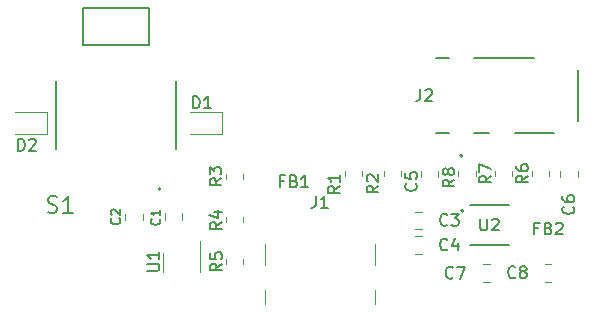
<source format=gbr>
%TF.GenerationSoftware,KiCad,Pcbnew,7.0.7*%
%TF.CreationDate,2024-02-01T23:59:20-06:00*%
%TF.ProjectId,Md-rev-1,4d642d72-6576-42d3-912e-6b696361645f,rev?*%
%TF.SameCoordinates,Original*%
%TF.FileFunction,Legend,Top*%
%TF.FilePolarity,Positive*%
%FSLAX46Y46*%
G04 Gerber Fmt 4.6, Leading zero omitted, Abs format (unit mm)*
G04 Created by KiCad (PCBNEW 7.0.7) date 2024-02-01 23:59:20*
%MOMM*%
%LPD*%
G01*
G04 APERTURE LIST*
%ADD10C,0.150000*%
%ADD11C,0.120000*%
%ADD12C,0.127000*%
%ADD13C,0.200000*%
%ADD14C,0.152400*%
G04 APERTURE END LIST*
D10*
X143336104Y-119493332D02*
X143374200Y-119531428D01*
X143374200Y-119531428D02*
X143412295Y-119645713D01*
X143412295Y-119645713D02*
X143412295Y-119721904D01*
X143412295Y-119721904D02*
X143374200Y-119836190D01*
X143374200Y-119836190D02*
X143298009Y-119912380D01*
X143298009Y-119912380D02*
X143221819Y-119950475D01*
X143221819Y-119950475D02*
X143069438Y-119988571D01*
X143069438Y-119988571D02*
X142955152Y-119988571D01*
X142955152Y-119988571D02*
X142802771Y-119950475D01*
X142802771Y-119950475D02*
X142726580Y-119912380D01*
X142726580Y-119912380D02*
X142650390Y-119836190D01*
X142650390Y-119836190D02*
X142612295Y-119721904D01*
X142612295Y-119721904D02*
X142612295Y-119645713D01*
X142612295Y-119645713D02*
X142650390Y-119531428D01*
X142650390Y-119531428D02*
X142688485Y-119493332D01*
X143412295Y-118731428D02*
X143412295Y-119188571D01*
X143412295Y-118959999D02*
X142612295Y-118959999D01*
X142612295Y-118959999D02*
X142726580Y-119036190D01*
X142726580Y-119036190D02*
X142802771Y-119112380D01*
X142802771Y-119112380D02*
X142840866Y-119188571D01*
X148604819Y-119756666D02*
X148128628Y-120089999D01*
X148604819Y-120328094D02*
X147604819Y-120328094D01*
X147604819Y-120328094D02*
X147604819Y-119947142D01*
X147604819Y-119947142D02*
X147652438Y-119851904D01*
X147652438Y-119851904D02*
X147700057Y-119804285D01*
X147700057Y-119804285D02*
X147795295Y-119756666D01*
X147795295Y-119756666D02*
X147938152Y-119756666D01*
X147938152Y-119756666D02*
X148033390Y-119804285D01*
X148033390Y-119804285D02*
X148081009Y-119851904D01*
X148081009Y-119851904D02*
X148128628Y-119947142D01*
X148128628Y-119947142D02*
X148128628Y-120328094D01*
X147938152Y-118899523D02*
X148604819Y-118899523D01*
X147557200Y-119137618D02*
X148271485Y-119375713D01*
X148271485Y-119375713D02*
X148271485Y-118756666D01*
X167703333Y-119969580D02*
X167655714Y-120017200D01*
X167655714Y-120017200D02*
X167512857Y-120064819D01*
X167512857Y-120064819D02*
X167417619Y-120064819D01*
X167417619Y-120064819D02*
X167274762Y-120017200D01*
X167274762Y-120017200D02*
X167179524Y-119921961D01*
X167179524Y-119921961D02*
X167131905Y-119826723D01*
X167131905Y-119826723D02*
X167084286Y-119636247D01*
X167084286Y-119636247D02*
X167084286Y-119493390D01*
X167084286Y-119493390D02*
X167131905Y-119302914D01*
X167131905Y-119302914D02*
X167179524Y-119207676D01*
X167179524Y-119207676D02*
X167274762Y-119112438D01*
X167274762Y-119112438D02*
X167417619Y-119064819D01*
X167417619Y-119064819D02*
X167512857Y-119064819D01*
X167512857Y-119064819D02*
X167655714Y-119112438D01*
X167655714Y-119112438D02*
X167703333Y-119160057D01*
X168036667Y-119064819D02*
X168655714Y-119064819D01*
X168655714Y-119064819D02*
X168322381Y-119445771D01*
X168322381Y-119445771D02*
X168465238Y-119445771D01*
X168465238Y-119445771D02*
X168560476Y-119493390D01*
X168560476Y-119493390D02*
X168608095Y-119541009D01*
X168608095Y-119541009D02*
X168655714Y-119636247D01*
X168655714Y-119636247D02*
X168655714Y-119874342D01*
X168655714Y-119874342D02*
X168608095Y-119969580D01*
X168608095Y-119969580D02*
X168560476Y-120017200D01*
X168560476Y-120017200D02*
X168465238Y-120064819D01*
X168465238Y-120064819D02*
X168179524Y-120064819D01*
X168179524Y-120064819D02*
X168084286Y-120017200D01*
X168084286Y-120017200D02*
X168036667Y-119969580D01*
X148614819Y-123284166D02*
X148138628Y-123617499D01*
X148614819Y-123855594D02*
X147614819Y-123855594D01*
X147614819Y-123855594D02*
X147614819Y-123474642D01*
X147614819Y-123474642D02*
X147662438Y-123379404D01*
X147662438Y-123379404D02*
X147710057Y-123331785D01*
X147710057Y-123331785D02*
X147805295Y-123284166D01*
X147805295Y-123284166D02*
X147948152Y-123284166D01*
X147948152Y-123284166D02*
X148043390Y-123331785D01*
X148043390Y-123331785D02*
X148091009Y-123379404D01*
X148091009Y-123379404D02*
X148138628Y-123474642D01*
X148138628Y-123474642D02*
X148138628Y-123855594D01*
X147614819Y-122379404D02*
X147614819Y-122855594D01*
X147614819Y-122855594D02*
X148091009Y-122903213D01*
X148091009Y-122903213D02*
X148043390Y-122855594D01*
X148043390Y-122855594D02*
X147995771Y-122760356D01*
X147995771Y-122760356D02*
X147995771Y-122522261D01*
X147995771Y-122522261D02*
X148043390Y-122427023D01*
X148043390Y-122427023D02*
X148091009Y-122379404D01*
X148091009Y-122379404D02*
X148186247Y-122331785D01*
X148186247Y-122331785D02*
X148424342Y-122331785D01*
X148424342Y-122331785D02*
X148519580Y-122379404D01*
X148519580Y-122379404D02*
X148567200Y-122427023D01*
X148567200Y-122427023D02*
X148614819Y-122522261D01*
X148614819Y-122522261D02*
X148614819Y-122760356D01*
X148614819Y-122760356D02*
X148567200Y-122855594D01*
X148567200Y-122855594D02*
X148519580Y-122903213D01*
X131359405Y-113714819D02*
X131359405Y-112714819D01*
X131359405Y-112714819D02*
X131597500Y-112714819D01*
X131597500Y-112714819D02*
X131740357Y-112762438D01*
X131740357Y-112762438D02*
X131835595Y-112857676D01*
X131835595Y-112857676D02*
X131883214Y-112952914D01*
X131883214Y-112952914D02*
X131930833Y-113143390D01*
X131930833Y-113143390D02*
X131930833Y-113286247D01*
X131930833Y-113286247D02*
X131883214Y-113476723D01*
X131883214Y-113476723D02*
X131835595Y-113571961D01*
X131835595Y-113571961D02*
X131740357Y-113667200D01*
X131740357Y-113667200D02*
X131597500Y-113714819D01*
X131597500Y-113714819D02*
X131359405Y-113714819D01*
X132311786Y-112810057D02*
X132359405Y-112762438D01*
X132359405Y-112762438D02*
X132454643Y-112714819D01*
X132454643Y-112714819D02*
X132692738Y-112714819D01*
X132692738Y-112714819D02*
X132787976Y-112762438D01*
X132787976Y-112762438D02*
X132835595Y-112810057D01*
X132835595Y-112810057D02*
X132883214Y-112905295D01*
X132883214Y-112905295D02*
X132883214Y-113000533D01*
X132883214Y-113000533D02*
X132835595Y-113143390D01*
X132835595Y-113143390D02*
X132264167Y-113714819D01*
X132264167Y-113714819D02*
X132883214Y-113714819D01*
X148574819Y-116056666D02*
X148098628Y-116389999D01*
X148574819Y-116628094D02*
X147574819Y-116628094D01*
X147574819Y-116628094D02*
X147574819Y-116247142D01*
X147574819Y-116247142D02*
X147622438Y-116151904D01*
X147622438Y-116151904D02*
X147670057Y-116104285D01*
X147670057Y-116104285D02*
X147765295Y-116056666D01*
X147765295Y-116056666D02*
X147908152Y-116056666D01*
X147908152Y-116056666D02*
X148003390Y-116104285D01*
X148003390Y-116104285D02*
X148051009Y-116151904D01*
X148051009Y-116151904D02*
X148098628Y-116247142D01*
X148098628Y-116247142D02*
X148098628Y-116628094D01*
X147574819Y-115723332D02*
X147574819Y-115104285D01*
X147574819Y-115104285D02*
X147955771Y-115437618D01*
X147955771Y-115437618D02*
X147955771Y-115294761D01*
X147955771Y-115294761D02*
X148003390Y-115199523D01*
X148003390Y-115199523D02*
X148051009Y-115151904D01*
X148051009Y-115151904D02*
X148146247Y-115104285D01*
X148146247Y-115104285D02*
X148384342Y-115104285D01*
X148384342Y-115104285D02*
X148479580Y-115151904D01*
X148479580Y-115151904D02*
X148527200Y-115199523D01*
X148527200Y-115199523D02*
X148574819Y-115294761D01*
X148574819Y-115294761D02*
X148574819Y-115580475D01*
X148574819Y-115580475D02*
X148527200Y-115675713D01*
X148527200Y-115675713D02*
X148479580Y-115723332D01*
X165426666Y-108484819D02*
X165426666Y-109199104D01*
X165426666Y-109199104D02*
X165379047Y-109341961D01*
X165379047Y-109341961D02*
X165283809Y-109437200D01*
X165283809Y-109437200D02*
X165140952Y-109484819D01*
X165140952Y-109484819D02*
X165045714Y-109484819D01*
X165855238Y-108580057D02*
X165902857Y-108532438D01*
X165902857Y-108532438D02*
X165998095Y-108484819D01*
X165998095Y-108484819D02*
X166236190Y-108484819D01*
X166236190Y-108484819D02*
X166331428Y-108532438D01*
X166331428Y-108532438D02*
X166379047Y-108580057D01*
X166379047Y-108580057D02*
X166426666Y-108675295D01*
X166426666Y-108675295D02*
X166426666Y-108770533D01*
X166426666Y-108770533D02*
X166379047Y-108913390D01*
X166379047Y-108913390D02*
X165807619Y-109484819D01*
X165807619Y-109484819D02*
X166426666Y-109484819D01*
X165039580Y-116486666D02*
X165087200Y-116534285D01*
X165087200Y-116534285D02*
X165134819Y-116677142D01*
X165134819Y-116677142D02*
X165134819Y-116772380D01*
X165134819Y-116772380D02*
X165087200Y-116915237D01*
X165087200Y-116915237D02*
X164991961Y-117010475D01*
X164991961Y-117010475D02*
X164896723Y-117058094D01*
X164896723Y-117058094D02*
X164706247Y-117105713D01*
X164706247Y-117105713D02*
X164563390Y-117105713D01*
X164563390Y-117105713D02*
X164372914Y-117058094D01*
X164372914Y-117058094D02*
X164277676Y-117010475D01*
X164277676Y-117010475D02*
X164182438Y-116915237D01*
X164182438Y-116915237D02*
X164134819Y-116772380D01*
X164134819Y-116772380D02*
X164134819Y-116677142D01*
X164134819Y-116677142D02*
X164182438Y-116534285D01*
X164182438Y-116534285D02*
X164230057Y-116486666D01*
X164134819Y-115581904D02*
X164134819Y-116058094D01*
X164134819Y-116058094D02*
X164611009Y-116105713D01*
X164611009Y-116105713D02*
X164563390Y-116058094D01*
X164563390Y-116058094D02*
X164515771Y-115962856D01*
X164515771Y-115962856D02*
X164515771Y-115724761D01*
X164515771Y-115724761D02*
X164563390Y-115629523D01*
X164563390Y-115629523D02*
X164611009Y-115581904D01*
X164611009Y-115581904D02*
X164706247Y-115534285D01*
X164706247Y-115534285D02*
X164944342Y-115534285D01*
X164944342Y-115534285D02*
X165039580Y-115581904D01*
X165039580Y-115581904D02*
X165087200Y-115629523D01*
X165087200Y-115629523D02*
X165134819Y-115724761D01*
X165134819Y-115724761D02*
X165134819Y-115962856D01*
X165134819Y-115962856D02*
X165087200Y-116058094D01*
X165087200Y-116058094D02*
X165039580Y-116105713D01*
X161874819Y-116679166D02*
X161398628Y-117012499D01*
X161874819Y-117250594D02*
X160874819Y-117250594D01*
X160874819Y-117250594D02*
X160874819Y-116869642D01*
X160874819Y-116869642D02*
X160922438Y-116774404D01*
X160922438Y-116774404D02*
X160970057Y-116726785D01*
X160970057Y-116726785D02*
X161065295Y-116679166D01*
X161065295Y-116679166D02*
X161208152Y-116679166D01*
X161208152Y-116679166D02*
X161303390Y-116726785D01*
X161303390Y-116726785D02*
X161351009Y-116774404D01*
X161351009Y-116774404D02*
X161398628Y-116869642D01*
X161398628Y-116869642D02*
X161398628Y-117250594D01*
X160970057Y-116298213D02*
X160922438Y-116250594D01*
X160922438Y-116250594D02*
X160874819Y-116155356D01*
X160874819Y-116155356D02*
X160874819Y-115917261D01*
X160874819Y-115917261D02*
X160922438Y-115822023D01*
X160922438Y-115822023D02*
X160970057Y-115774404D01*
X160970057Y-115774404D02*
X161065295Y-115726785D01*
X161065295Y-115726785D02*
X161160533Y-115726785D01*
X161160533Y-115726785D02*
X161303390Y-115774404D01*
X161303390Y-115774404D02*
X161874819Y-116345832D01*
X161874819Y-116345832D02*
X161874819Y-115726785D01*
X142314819Y-123871904D02*
X143124342Y-123871904D01*
X143124342Y-123871904D02*
X143219580Y-123824285D01*
X143219580Y-123824285D02*
X143267200Y-123776666D01*
X143267200Y-123776666D02*
X143314819Y-123681428D01*
X143314819Y-123681428D02*
X143314819Y-123490952D01*
X143314819Y-123490952D02*
X143267200Y-123395714D01*
X143267200Y-123395714D02*
X143219580Y-123348095D01*
X143219580Y-123348095D02*
X143124342Y-123300476D01*
X143124342Y-123300476D02*
X142314819Y-123300476D01*
X143314819Y-122300476D02*
X143314819Y-122871904D01*
X143314819Y-122586190D02*
X142314819Y-122586190D01*
X142314819Y-122586190D02*
X142457676Y-122681428D01*
X142457676Y-122681428D02*
X142552914Y-122776666D01*
X142552914Y-122776666D02*
X142600533Y-122871904D01*
X168304819Y-116156666D02*
X167828628Y-116489999D01*
X168304819Y-116728094D02*
X167304819Y-116728094D01*
X167304819Y-116728094D02*
X167304819Y-116347142D01*
X167304819Y-116347142D02*
X167352438Y-116251904D01*
X167352438Y-116251904D02*
X167400057Y-116204285D01*
X167400057Y-116204285D02*
X167495295Y-116156666D01*
X167495295Y-116156666D02*
X167638152Y-116156666D01*
X167638152Y-116156666D02*
X167733390Y-116204285D01*
X167733390Y-116204285D02*
X167781009Y-116251904D01*
X167781009Y-116251904D02*
X167828628Y-116347142D01*
X167828628Y-116347142D02*
X167828628Y-116728094D01*
X167733390Y-115585237D02*
X167685771Y-115680475D01*
X167685771Y-115680475D02*
X167638152Y-115728094D01*
X167638152Y-115728094D02*
X167542914Y-115775713D01*
X167542914Y-115775713D02*
X167495295Y-115775713D01*
X167495295Y-115775713D02*
X167400057Y-115728094D01*
X167400057Y-115728094D02*
X167352438Y-115680475D01*
X167352438Y-115680475D02*
X167304819Y-115585237D01*
X167304819Y-115585237D02*
X167304819Y-115394761D01*
X167304819Y-115394761D02*
X167352438Y-115299523D01*
X167352438Y-115299523D02*
X167400057Y-115251904D01*
X167400057Y-115251904D02*
X167495295Y-115204285D01*
X167495295Y-115204285D02*
X167542914Y-115204285D01*
X167542914Y-115204285D02*
X167638152Y-115251904D01*
X167638152Y-115251904D02*
X167685771Y-115299523D01*
X167685771Y-115299523D02*
X167733390Y-115394761D01*
X167733390Y-115394761D02*
X167733390Y-115585237D01*
X167733390Y-115585237D02*
X167781009Y-115680475D01*
X167781009Y-115680475D02*
X167828628Y-115728094D01*
X167828628Y-115728094D02*
X167923866Y-115775713D01*
X167923866Y-115775713D02*
X168114342Y-115775713D01*
X168114342Y-115775713D02*
X168209580Y-115728094D01*
X168209580Y-115728094D02*
X168257200Y-115680475D01*
X168257200Y-115680475D02*
X168304819Y-115585237D01*
X168304819Y-115585237D02*
X168304819Y-115394761D01*
X168304819Y-115394761D02*
X168257200Y-115299523D01*
X168257200Y-115299523D02*
X168209580Y-115251904D01*
X168209580Y-115251904D02*
X168114342Y-115204285D01*
X168114342Y-115204285D02*
X167923866Y-115204285D01*
X167923866Y-115204285D02*
X167828628Y-115251904D01*
X167828628Y-115251904D02*
X167781009Y-115299523D01*
X167781009Y-115299523D02*
X167733390Y-115394761D01*
X175416666Y-120281009D02*
X175083333Y-120281009D01*
X175083333Y-120804819D02*
X175083333Y-119804819D01*
X175083333Y-119804819D02*
X175559523Y-119804819D01*
X176273809Y-120281009D02*
X176416666Y-120328628D01*
X176416666Y-120328628D02*
X176464285Y-120376247D01*
X176464285Y-120376247D02*
X176511904Y-120471485D01*
X176511904Y-120471485D02*
X176511904Y-120614342D01*
X176511904Y-120614342D02*
X176464285Y-120709580D01*
X176464285Y-120709580D02*
X176416666Y-120757200D01*
X176416666Y-120757200D02*
X176321428Y-120804819D01*
X176321428Y-120804819D02*
X175940476Y-120804819D01*
X175940476Y-120804819D02*
X175940476Y-119804819D01*
X175940476Y-119804819D02*
X176273809Y-119804819D01*
X176273809Y-119804819D02*
X176369047Y-119852438D01*
X176369047Y-119852438D02*
X176416666Y-119900057D01*
X176416666Y-119900057D02*
X176464285Y-119995295D01*
X176464285Y-119995295D02*
X176464285Y-120090533D01*
X176464285Y-120090533D02*
X176416666Y-120185771D01*
X176416666Y-120185771D02*
X176369047Y-120233390D01*
X176369047Y-120233390D02*
X176273809Y-120281009D01*
X176273809Y-120281009D02*
X175940476Y-120281009D01*
X176892857Y-119900057D02*
X176940476Y-119852438D01*
X176940476Y-119852438D02*
X177035714Y-119804819D01*
X177035714Y-119804819D02*
X177273809Y-119804819D01*
X177273809Y-119804819D02*
X177369047Y-119852438D01*
X177369047Y-119852438D02*
X177416666Y-119900057D01*
X177416666Y-119900057D02*
X177464285Y-119995295D01*
X177464285Y-119995295D02*
X177464285Y-120090533D01*
X177464285Y-120090533D02*
X177416666Y-120233390D01*
X177416666Y-120233390D02*
X176845238Y-120804819D01*
X176845238Y-120804819D02*
X177464285Y-120804819D01*
X139936104Y-119453332D02*
X139974200Y-119491428D01*
X139974200Y-119491428D02*
X140012295Y-119605713D01*
X140012295Y-119605713D02*
X140012295Y-119681904D01*
X140012295Y-119681904D02*
X139974200Y-119796190D01*
X139974200Y-119796190D02*
X139898009Y-119872380D01*
X139898009Y-119872380D02*
X139821819Y-119910475D01*
X139821819Y-119910475D02*
X139669438Y-119948571D01*
X139669438Y-119948571D02*
X139555152Y-119948571D01*
X139555152Y-119948571D02*
X139402771Y-119910475D01*
X139402771Y-119910475D02*
X139326580Y-119872380D01*
X139326580Y-119872380D02*
X139250390Y-119796190D01*
X139250390Y-119796190D02*
X139212295Y-119681904D01*
X139212295Y-119681904D02*
X139212295Y-119605713D01*
X139212295Y-119605713D02*
X139250390Y-119491428D01*
X139250390Y-119491428D02*
X139288485Y-119453332D01*
X139288485Y-119148571D02*
X139250390Y-119110475D01*
X139250390Y-119110475D02*
X139212295Y-119034285D01*
X139212295Y-119034285D02*
X139212295Y-118843809D01*
X139212295Y-118843809D02*
X139250390Y-118767618D01*
X139250390Y-118767618D02*
X139288485Y-118729523D01*
X139288485Y-118729523D02*
X139364676Y-118691428D01*
X139364676Y-118691428D02*
X139440866Y-118691428D01*
X139440866Y-118691428D02*
X139555152Y-118729523D01*
X139555152Y-118729523D02*
X140012295Y-119186666D01*
X140012295Y-119186666D02*
X140012295Y-118691428D01*
X167713333Y-122059580D02*
X167665714Y-122107200D01*
X167665714Y-122107200D02*
X167522857Y-122154819D01*
X167522857Y-122154819D02*
X167427619Y-122154819D01*
X167427619Y-122154819D02*
X167284762Y-122107200D01*
X167284762Y-122107200D02*
X167189524Y-122011961D01*
X167189524Y-122011961D02*
X167141905Y-121916723D01*
X167141905Y-121916723D02*
X167094286Y-121726247D01*
X167094286Y-121726247D02*
X167094286Y-121583390D01*
X167094286Y-121583390D02*
X167141905Y-121392914D01*
X167141905Y-121392914D02*
X167189524Y-121297676D01*
X167189524Y-121297676D02*
X167284762Y-121202438D01*
X167284762Y-121202438D02*
X167427619Y-121154819D01*
X167427619Y-121154819D02*
X167522857Y-121154819D01*
X167522857Y-121154819D02*
X167665714Y-121202438D01*
X167665714Y-121202438D02*
X167713333Y-121250057D01*
X168570476Y-121488152D02*
X168570476Y-122154819D01*
X168332381Y-121107200D02*
X168094286Y-121821485D01*
X168094286Y-121821485D02*
X168713333Y-121821485D01*
X153856666Y-116281009D02*
X153523333Y-116281009D01*
X153523333Y-116804819D02*
X153523333Y-115804819D01*
X153523333Y-115804819D02*
X153999523Y-115804819D01*
X154713809Y-116281009D02*
X154856666Y-116328628D01*
X154856666Y-116328628D02*
X154904285Y-116376247D01*
X154904285Y-116376247D02*
X154951904Y-116471485D01*
X154951904Y-116471485D02*
X154951904Y-116614342D01*
X154951904Y-116614342D02*
X154904285Y-116709580D01*
X154904285Y-116709580D02*
X154856666Y-116757200D01*
X154856666Y-116757200D02*
X154761428Y-116804819D01*
X154761428Y-116804819D02*
X154380476Y-116804819D01*
X154380476Y-116804819D02*
X154380476Y-115804819D01*
X154380476Y-115804819D02*
X154713809Y-115804819D01*
X154713809Y-115804819D02*
X154809047Y-115852438D01*
X154809047Y-115852438D02*
X154856666Y-115900057D01*
X154856666Y-115900057D02*
X154904285Y-115995295D01*
X154904285Y-115995295D02*
X154904285Y-116090533D01*
X154904285Y-116090533D02*
X154856666Y-116185771D01*
X154856666Y-116185771D02*
X154809047Y-116233390D01*
X154809047Y-116233390D02*
X154713809Y-116281009D01*
X154713809Y-116281009D02*
X154380476Y-116281009D01*
X155904285Y-116804819D02*
X155332857Y-116804819D01*
X155618571Y-116804819D02*
X155618571Y-115804819D01*
X155618571Y-115804819D02*
X155523333Y-115947676D01*
X155523333Y-115947676D02*
X155428095Y-116042914D01*
X155428095Y-116042914D02*
X155332857Y-116090533D01*
X170499495Y-119454819D02*
X170499495Y-120264342D01*
X170499495Y-120264342D02*
X170547114Y-120359580D01*
X170547114Y-120359580D02*
X170594733Y-120407200D01*
X170594733Y-120407200D02*
X170689971Y-120454819D01*
X170689971Y-120454819D02*
X170880447Y-120454819D01*
X170880447Y-120454819D02*
X170975685Y-120407200D01*
X170975685Y-120407200D02*
X171023304Y-120359580D01*
X171023304Y-120359580D02*
X171070923Y-120264342D01*
X171070923Y-120264342D02*
X171070923Y-119454819D01*
X171499495Y-119550057D02*
X171547114Y-119502438D01*
X171547114Y-119502438D02*
X171642352Y-119454819D01*
X171642352Y-119454819D02*
X171880447Y-119454819D01*
X171880447Y-119454819D02*
X171975685Y-119502438D01*
X171975685Y-119502438D02*
X172023304Y-119550057D01*
X172023304Y-119550057D02*
X172070923Y-119645295D01*
X172070923Y-119645295D02*
X172070923Y-119740533D01*
X172070923Y-119740533D02*
X172023304Y-119883390D01*
X172023304Y-119883390D02*
X171451876Y-120454819D01*
X171451876Y-120454819D02*
X172070923Y-120454819D01*
X133873333Y-118893200D02*
X134073333Y-118959866D01*
X134073333Y-118959866D02*
X134406667Y-118959866D01*
X134406667Y-118959866D02*
X134540000Y-118893200D01*
X134540000Y-118893200D02*
X134606667Y-118826533D01*
X134606667Y-118826533D02*
X134673333Y-118693200D01*
X134673333Y-118693200D02*
X134673333Y-118559866D01*
X134673333Y-118559866D02*
X134606667Y-118426533D01*
X134606667Y-118426533D02*
X134540000Y-118359866D01*
X134540000Y-118359866D02*
X134406667Y-118293200D01*
X134406667Y-118293200D02*
X134140000Y-118226533D01*
X134140000Y-118226533D02*
X134006667Y-118159866D01*
X134006667Y-118159866D02*
X133940000Y-118093200D01*
X133940000Y-118093200D02*
X133873333Y-117959866D01*
X133873333Y-117959866D02*
X133873333Y-117826533D01*
X133873333Y-117826533D02*
X133940000Y-117693200D01*
X133940000Y-117693200D02*
X134006667Y-117626533D01*
X134006667Y-117626533D02*
X134140000Y-117559866D01*
X134140000Y-117559866D02*
X134473333Y-117559866D01*
X134473333Y-117559866D02*
X134673333Y-117626533D01*
X136006666Y-118959866D02*
X135206666Y-118959866D01*
X135606666Y-118959866D02*
X135606666Y-117559866D01*
X135606666Y-117559866D02*
X135473333Y-117759866D01*
X135473333Y-117759866D02*
X135340000Y-117893200D01*
X135340000Y-117893200D02*
X135206666Y-117959866D01*
X173463333Y-124409580D02*
X173415714Y-124457200D01*
X173415714Y-124457200D02*
X173272857Y-124504819D01*
X173272857Y-124504819D02*
X173177619Y-124504819D01*
X173177619Y-124504819D02*
X173034762Y-124457200D01*
X173034762Y-124457200D02*
X172939524Y-124361961D01*
X172939524Y-124361961D02*
X172891905Y-124266723D01*
X172891905Y-124266723D02*
X172844286Y-124076247D01*
X172844286Y-124076247D02*
X172844286Y-123933390D01*
X172844286Y-123933390D02*
X172891905Y-123742914D01*
X172891905Y-123742914D02*
X172939524Y-123647676D01*
X172939524Y-123647676D02*
X173034762Y-123552438D01*
X173034762Y-123552438D02*
X173177619Y-123504819D01*
X173177619Y-123504819D02*
X173272857Y-123504819D01*
X173272857Y-123504819D02*
X173415714Y-123552438D01*
X173415714Y-123552438D02*
X173463333Y-123600057D01*
X174034762Y-123933390D02*
X173939524Y-123885771D01*
X173939524Y-123885771D02*
X173891905Y-123838152D01*
X173891905Y-123838152D02*
X173844286Y-123742914D01*
X173844286Y-123742914D02*
X173844286Y-123695295D01*
X173844286Y-123695295D02*
X173891905Y-123600057D01*
X173891905Y-123600057D02*
X173939524Y-123552438D01*
X173939524Y-123552438D02*
X174034762Y-123504819D01*
X174034762Y-123504819D02*
X174225238Y-123504819D01*
X174225238Y-123504819D02*
X174320476Y-123552438D01*
X174320476Y-123552438D02*
X174368095Y-123600057D01*
X174368095Y-123600057D02*
X174415714Y-123695295D01*
X174415714Y-123695295D02*
X174415714Y-123742914D01*
X174415714Y-123742914D02*
X174368095Y-123838152D01*
X174368095Y-123838152D02*
X174320476Y-123885771D01*
X174320476Y-123885771D02*
X174225238Y-123933390D01*
X174225238Y-123933390D02*
X174034762Y-123933390D01*
X174034762Y-123933390D02*
X173939524Y-123981009D01*
X173939524Y-123981009D02*
X173891905Y-124028628D01*
X173891905Y-124028628D02*
X173844286Y-124123866D01*
X173844286Y-124123866D02*
X173844286Y-124314342D01*
X173844286Y-124314342D02*
X173891905Y-124409580D01*
X173891905Y-124409580D02*
X173939524Y-124457200D01*
X173939524Y-124457200D02*
X174034762Y-124504819D01*
X174034762Y-124504819D02*
X174225238Y-124504819D01*
X174225238Y-124504819D02*
X174320476Y-124457200D01*
X174320476Y-124457200D02*
X174368095Y-124409580D01*
X174368095Y-124409580D02*
X174415714Y-124314342D01*
X174415714Y-124314342D02*
X174415714Y-124123866D01*
X174415714Y-124123866D02*
X174368095Y-124028628D01*
X174368095Y-124028628D02*
X174320476Y-123981009D01*
X174320476Y-123981009D02*
X174225238Y-123933390D01*
X146171905Y-110114819D02*
X146171905Y-109114819D01*
X146171905Y-109114819D02*
X146410000Y-109114819D01*
X146410000Y-109114819D02*
X146552857Y-109162438D01*
X146552857Y-109162438D02*
X146648095Y-109257676D01*
X146648095Y-109257676D02*
X146695714Y-109352914D01*
X146695714Y-109352914D02*
X146743333Y-109543390D01*
X146743333Y-109543390D02*
X146743333Y-109686247D01*
X146743333Y-109686247D02*
X146695714Y-109876723D01*
X146695714Y-109876723D02*
X146648095Y-109971961D01*
X146648095Y-109971961D02*
X146552857Y-110067200D01*
X146552857Y-110067200D02*
X146410000Y-110114819D01*
X146410000Y-110114819D02*
X146171905Y-110114819D01*
X147695714Y-110114819D02*
X147124286Y-110114819D01*
X147410000Y-110114819D02*
X147410000Y-109114819D01*
X147410000Y-109114819D02*
X147314762Y-109257676D01*
X147314762Y-109257676D02*
X147219524Y-109352914D01*
X147219524Y-109352914D02*
X147124286Y-109400533D01*
X178359580Y-118446666D02*
X178407200Y-118494285D01*
X178407200Y-118494285D02*
X178454819Y-118637142D01*
X178454819Y-118637142D02*
X178454819Y-118732380D01*
X178454819Y-118732380D02*
X178407200Y-118875237D01*
X178407200Y-118875237D02*
X178311961Y-118970475D01*
X178311961Y-118970475D02*
X178216723Y-119018094D01*
X178216723Y-119018094D02*
X178026247Y-119065713D01*
X178026247Y-119065713D02*
X177883390Y-119065713D01*
X177883390Y-119065713D02*
X177692914Y-119018094D01*
X177692914Y-119018094D02*
X177597676Y-118970475D01*
X177597676Y-118970475D02*
X177502438Y-118875237D01*
X177502438Y-118875237D02*
X177454819Y-118732380D01*
X177454819Y-118732380D02*
X177454819Y-118637142D01*
X177454819Y-118637142D02*
X177502438Y-118494285D01*
X177502438Y-118494285D02*
X177550057Y-118446666D01*
X177454819Y-117589523D02*
X177454819Y-117779999D01*
X177454819Y-117779999D02*
X177502438Y-117875237D01*
X177502438Y-117875237D02*
X177550057Y-117922856D01*
X177550057Y-117922856D02*
X177692914Y-118018094D01*
X177692914Y-118018094D02*
X177883390Y-118065713D01*
X177883390Y-118065713D02*
X178264342Y-118065713D01*
X178264342Y-118065713D02*
X178359580Y-118018094D01*
X178359580Y-118018094D02*
X178407200Y-117970475D01*
X178407200Y-117970475D02*
X178454819Y-117875237D01*
X178454819Y-117875237D02*
X178454819Y-117684761D01*
X178454819Y-117684761D02*
X178407200Y-117589523D01*
X178407200Y-117589523D02*
X178359580Y-117541904D01*
X178359580Y-117541904D02*
X178264342Y-117494285D01*
X178264342Y-117494285D02*
X178026247Y-117494285D01*
X178026247Y-117494285D02*
X177931009Y-117541904D01*
X177931009Y-117541904D02*
X177883390Y-117589523D01*
X177883390Y-117589523D02*
X177835771Y-117684761D01*
X177835771Y-117684761D02*
X177835771Y-117875237D01*
X177835771Y-117875237D02*
X177883390Y-117970475D01*
X177883390Y-117970475D02*
X177931009Y-118018094D01*
X177931009Y-118018094D02*
X178026247Y-118065713D01*
X168183333Y-124439580D02*
X168135714Y-124487200D01*
X168135714Y-124487200D02*
X167992857Y-124534819D01*
X167992857Y-124534819D02*
X167897619Y-124534819D01*
X167897619Y-124534819D02*
X167754762Y-124487200D01*
X167754762Y-124487200D02*
X167659524Y-124391961D01*
X167659524Y-124391961D02*
X167611905Y-124296723D01*
X167611905Y-124296723D02*
X167564286Y-124106247D01*
X167564286Y-124106247D02*
X167564286Y-123963390D01*
X167564286Y-123963390D02*
X167611905Y-123772914D01*
X167611905Y-123772914D02*
X167659524Y-123677676D01*
X167659524Y-123677676D02*
X167754762Y-123582438D01*
X167754762Y-123582438D02*
X167897619Y-123534819D01*
X167897619Y-123534819D02*
X167992857Y-123534819D01*
X167992857Y-123534819D02*
X168135714Y-123582438D01*
X168135714Y-123582438D02*
X168183333Y-123630057D01*
X168516667Y-123534819D02*
X169183333Y-123534819D01*
X169183333Y-123534819D02*
X168754762Y-124534819D01*
X156566666Y-117554819D02*
X156566666Y-118269104D01*
X156566666Y-118269104D02*
X156519047Y-118411961D01*
X156519047Y-118411961D02*
X156423809Y-118507200D01*
X156423809Y-118507200D02*
X156280952Y-118554819D01*
X156280952Y-118554819D02*
X156185714Y-118554819D01*
X157566666Y-118554819D02*
X156995238Y-118554819D01*
X157280952Y-118554819D02*
X157280952Y-117554819D01*
X157280952Y-117554819D02*
X157185714Y-117697676D01*
X157185714Y-117697676D02*
X157090476Y-117792914D01*
X157090476Y-117792914D02*
X156995238Y-117840533D01*
X174534819Y-115826666D02*
X174058628Y-116159999D01*
X174534819Y-116398094D02*
X173534819Y-116398094D01*
X173534819Y-116398094D02*
X173534819Y-116017142D01*
X173534819Y-116017142D02*
X173582438Y-115921904D01*
X173582438Y-115921904D02*
X173630057Y-115874285D01*
X173630057Y-115874285D02*
X173725295Y-115826666D01*
X173725295Y-115826666D02*
X173868152Y-115826666D01*
X173868152Y-115826666D02*
X173963390Y-115874285D01*
X173963390Y-115874285D02*
X174011009Y-115921904D01*
X174011009Y-115921904D02*
X174058628Y-116017142D01*
X174058628Y-116017142D02*
X174058628Y-116398094D01*
X173534819Y-114969523D02*
X173534819Y-115159999D01*
X173534819Y-115159999D02*
X173582438Y-115255237D01*
X173582438Y-115255237D02*
X173630057Y-115302856D01*
X173630057Y-115302856D02*
X173772914Y-115398094D01*
X173772914Y-115398094D02*
X173963390Y-115445713D01*
X173963390Y-115445713D02*
X174344342Y-115445713D01*
X174344342Y-115445713D02*
X174439580Y-115398094D01*
X174439580Y-115398094D02*
X174487200Y-115350475D01*
X174487200Y-115350475D02*
X174534819Y-115255237D01*
X174534819Y-115255237D02*
X174534819Y-115064761D01*
X174534819Y-115064761D02*
X174487200Y-114969523D01*
X174487200Y-114969523D02*
X174439580Y-114921904D01*
X174439580Y-114921904D02*
X174344342Y-114874285D01*
X174344342Y-114874285D02*
X174106247Y-114874285D01*
X174106247Y-114874285D02*
X174011009Y-114921904D01*
X174011009Y-114921904D02*
X173963390Y-114969523D01*
X173963390Y-114969523D02*
X173915771Y-115064761D01*
X173915771Y-115064761D02*
X173915771Y-115255237D01*
X173915771Y-115255237D02*
X173963390Y-115350475D01*
X173963390Y-115350475D02*
X174011009Y-115398094D01*
X174011009Y-115398094D02*
X174106247Y-115445713D01*
X171424819Y-115826666D02*
X170948628Y-116159999D01*
X171424819Y-116398094D02*
X170424819Y-116398094D01*
X170424819Y-116398094D02*
X170424819Y-116017142D01*
X170424819Y-116017142D02*
X170472438Y-115921904D01*
X170472438Y-115921904D02*
X170520057Y-115874285D01*
X170520057Y-115874285D02*
X170615295Y-115826666D01*
X170615295Y-115826666D02*
X170758152Y-115826666D01*
X170758152Y-115826666D02*
X170853390Y-115874285D01*
X170853390Y-115874285D02*
X170901009Y-115921904D01*
X170901009Y-115921904D02*
X170948628Y-116017142D01*
X170948628Y-116017142D02*
X170948628Y-116398094D01*
X170424819Y-115493332D02*
X170424819Y-114826666D01*
X170424819Y-114826666D02*
X171424819Y-115255237D01*
X158584819Y-116709166D02*
X158108628Y-117042499D01*
X158584819Y-117280594D02*
X157584819Y-117280594D01*
X157584819Y-117280594D02*
X157584819Y-116899642D01*
X157584819Y-116899642D02*
X157632438Y-116804404D01*
X157632438Y-116804404D02*
X157680057Y-116756785D01*
X157680057Y-116756785D02*
X157775295Y-116709166D01*
X157775295Y-116709166D02*
X157918152Y-116709166D01*
X157918152Y-116709166D02*
X158013390Y-116756785D01*
X158013390Y-116756785D02*
X158061009Y-116804404D01*
X158061009Y-116804404D02*
X158108628Y-116899642D01*
X158108628Y-116899642D02*
X158108628Y-117280594D01*
X158584819Y-115756785D02*
X158584819Y-116328213D01*
X158584819Y-116042499D02*
X157584819Y-116042499D01*
X157584819Y-116042499D02*
X157727676Y-116137737D01*
X157727676Y-116137737D02*
X157822914Y-116232975D01*
X157822914Y-116232975D02*
X157870533Y-116328213D01*
D11*
%TO.C,C1*%
X145265000Y-119018748D02*
X145265000Y-119541252D01*
X143795000Y-119018748D02*
X143795000Y-119541252D01*
%TO.C,R4*%
X150425000Y-119312936D02*
X150425000Y-119767064D01*
X148955000Y-119312936D02*
X148955000Y-119767064D01*
%TO.C,C3*%
X164998748Y-118875000D02*
X165521252Y-118875000D01*
X164998748Y-120345000D02*
X165521252Y-120345000D01*
%TO.C,R5*%
X148955000Y-123347064D02*
X148955000Y-122892936D01*
X150425000Y-123347064D02*
X150425000Y-122892936D01*
%TO.C,D2*%
X133772500Y-112340000D02*
X133772500Y-110420000D01*
X133772500Y-110420000D02*
X131087500Y-110420000D01*
X131087500Y-112340000D02*
X133772500Y-112340000D01*
%TO.C,R3*%
X148955000Y-116137064D02*
X148955000Y-115682936D01*
X150425000Y-116137064D02*
X150425000Y-115682936D01*
D12*
%TO.C,J2*%
X175010000Y-105880000D02*
X169950000Y-105880000D01*
X166780000Y-105880000D02*
X167810000Y-105880000D01*
X178780000Y-106850000D02*
X178780000Y-111210000D01*
X173436000Y-112180000D02*
X176710000Y-112180000D01*
X169945000Y-112180000D02*
X171210000Y-112180000D01*
X166780000Y-112180000D02*
X167810000Y-112180000D01*
D13*
X168980000Y-114130000D02*
G75*
G03*
X168980000Y-114130000I-100000J0D01*
G01*
D11*
%TO.C,C5*%
X166935000Y-115398748D02*
X166935000Y-115921252D01*
X165465000Y-115398748D02*
X165465000Y-115921252D01*
%TO.C,R2*%
X162335000Y-115849564D02*
X162335000Y-115395436D01*
X163805000Y-115849564D02*
X163805000Y-115395436D01*
%TO.C,U1*%
X146770000Y-123200000D02*
X146770000Y-121400000D01*
X146770000Y-123200000D02*
X146770000Y-124000000D01*
X143650000Y-123200000D02*
X143650000Y-122400000D01*
X143650000Y-123200000D02*
X143650000Y-124000000D01*
%TO.C,R8*%
X168625000Y-115867064D02*
X168625000Y-115412936D01*
X170095000Y-115867064D02*
X170095000Y-115412936D01*
%TO.C,C2*%
X140435000Y-119621252D02*
X140435000Y-119098748D01*
X141905000Y-119621252D02*
X141905000Y-119098748D01*
%TO.C,C4*%
X165008748Y-120975000D02*
X165531252Y-120975000D01*
X165008748Y-122445000D02*
X165531252Y-122445000D01*
D14*
%TO.C,U2*%
X169585000Y-121676400D02*
X172937800Y-121676400D01*
X172937800Y-118323600D02*
X169585000Y-118323600D01*
X169058000Y-118800000D02*
G75*
G03*
X169058000Y-118800000I-101600J0D01*
G01*
D12*
%TO.C,S1*%
X144720000Y-113609000D02*
X144720000Y-107811000D01*
X142440000Y-104725000D02*
X142440000Y-101625000D01*
X142440000Y-104725000D02*
X136840000Y-104725000D01*
X142440000Y-101625000D02*
X136840000Y-101625000D01*
X136840000Y-101625000D02*
X136840000Y-104725000D01*
X134560000Y-113609000D02*
X134560000Y-107811000D01*
D13*
X143425000Y-116960000D02*
G75*
G03*
X143425000Y-116960000I-100000J0D01*
G01*
D11*
%TO.C,C8*%
X175978748Y-123325000D02*
X176501252Y-123325000D01*
X175978748Y-124795000D02*
X176501252Y-124795000D01*
%TO.C,D1*%
X148595000Y-112340000D02*
X148595000Y-110420000D01*
X148595000Y-110420000D02*
X145910000Y-110420000D01*
X145910000Y-112340000D02*
X148595000Y-112340000D01*
%TO.C,C6*%
X178735000Y-115408748D02*
X178735000Y-115931252D01*
X177265000Y-115408748D02*
X177265000Y-115931252D01*
%TO.C,C7*%
X170758748Y-123325000D02*
X171281252Y-123325000D01*
X170758748Y-124795000D02*
X171281252Y-124795000D01*
%TO.C,J1*%
X152230000Y-123430000D02*
X152230000Y-121630000D01*
X152230000Y-125530000D02*
X152230000Y-126680000D01*
X161570000Y-123430000D02*
X161570000Y-121630000D01*
X161570000Y-125530000D02*
X161570000Y-126680000D01*
%TO.C,R6*%
X174865000Y-115887064D02*
X174865000Y-115432936D01*
X176335000Y-115887064D02*
X176335000Y-115432936D01*
%TO.C,R7*%
X173215000Y-115432936D02*
X173215000Y-115887064D01*
X171745000Y-115432936D02*
X171745000Y-115887064D01*
%TO.C,R1*%
X159045000Y-115879564D02*
X159045000Y-115425436D01*
X160515000Y-115879564D02*
X160515000Y-115425436D01*
%TD*%
M02*

</source>
